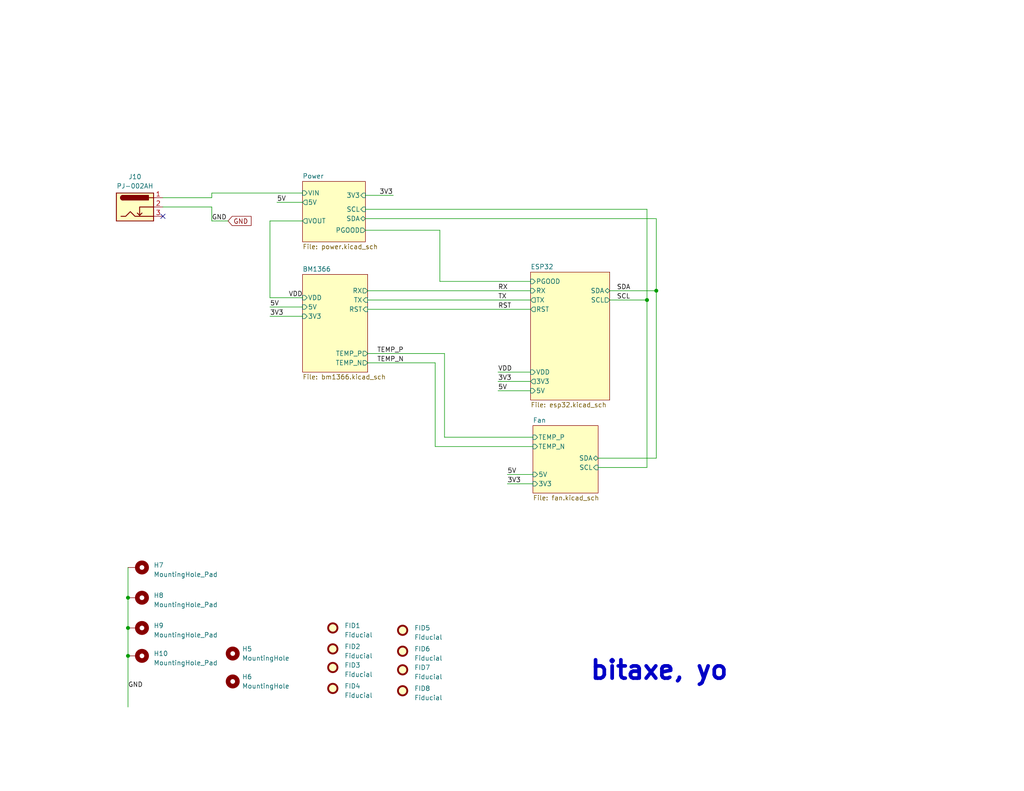
<source format=kicad_sch>
(kicad_sch (version 20230121) (generator eeschema)
  (paper "A")
  (title_block (title "le bitaxeUltra") (date "2023-07-10") (rev "0"))
  (lib_symbols
    (symbol "Connector:Barrel_Jack_Switch_Pin3Ring" (pin_names hide)
      (property "Reference" "J" (at 0 5.334 0))
      (property "Value" "Barrel_Jack_Switch_Pin3Ring" (at 0 -5.08 0))
      (symbol "Barrel_Jack_Switch_Pin3Ring_0_1"
        (rectangle (start -5.08 3.81) (end 5.08 -3.81) (stroke (width 0.254)) (fill (type background)))
        (arc (start -3.302 3.175) (mid -3.9343 2.54) (end -3.302 1.905) (stroke (width 0.254)))
        (arc (start -3.302 3.175) (mid -3.9343 2.54) (end -3.302 1.905) (stroke (width 0.254)) (fill (type outline)))
        (polyline (pts (xy 1.27 -2.286) (xy 1.905 -1.651)) (stroke (width 0.254)))
        (polyline (pts (xy 5.08 2.54) (xy 3.81 2.54)) (stroke (width 0.254)))
        (polyline (pts (xy 5.08 0) (xy 1.27 0) (xy 1.27 -2.286) (xy 0.635 -1.651)) (stroke (width 0.254)))
        (polyline (pts (xy -3.81 -2.54) (xy -2.54 -2.54) (xy -1.27 -1.27) (xy 0 -2.54) (xy 2.54 -2.54) (xy 5.08 -2.54)) (stroke (width 0.254)))
        (rectangle (start 3.683 3.175) (end -3.302 1.905) (stroke (width 0.254)) (fill (type outline)))
      )
      (symbol "Barrel_Jack_Switch_Pin3Ring_1_1"
        (pin passive line (at 7.62 2.54 180) (length 2.54) (name "~") (number "1"))
        (pin passive line (at 7.62 0 180) (length 2.54) (name "~") (number "2"))
        (pin passive line (at 7.62 -2.54 180) (length 2.54) (name "~") (number "3"))
      )
    )
    (symbol "Mechanical:Fiducial"
      (property "Reference" "FID" (at 0 5.08 0))
      (property "Value" "Fiducial" (at 0 3.175 0))
      (symbol "Fiducial_0_1"
        (circle (center 0 0) (radius 1.27) (stroke (width 0.508)) (fill (type background)))
      )
    )
    (symbol "Mechanical:MountingHole" (pin_names (offset 1.016))
      (property "Reference" "H" (at 0 5.08 0))
      (property "Value" "MountingHole" (at 0 3.175 0))
      (symbol "MountingHole_0_1"
        (circle (center 0 0) (radius 1.27) (stroke (width 1.27)))
      )
    )
    (symbol "Mechanical:MountingHole_Pad" (pin_numbers hide) (pin_names (offset 1.016) hide)
      (property "Reference" "H" (at 0 6.35 0))
      (property "Value" "MountingHole_Pad" (at 0 4.445 0))
      (symbol "MountingHole_Pad_0_1"
        (circle (center 0 1.27) (radius 1.27) (stroke (width 1.27)))
      )
      (symbol "MountingHole_Pad_1_1"
        (pin input line (at 0 -2.54 90) (length 2.54) (name "1") (number "1"))
      )
    )
  )
  (junction (at 179.07 79.375))
  (junction (at 34.925 179.07))
  (junction (at 34.925 171.45))
  (junction (at 176.53 81.915))
  (junction (at 34.925 163.195))
  (no_connect (at 44.45 59.055))
  (wire (pts (xy 135.89 101.6) (xy 144.78 101.6)))
  (wire (pts (xy 100.33 96.52) (xy 121.285 96.52)))
  (wire (pts (xy 44.45 56.515) (xy 57.785 56.515)))
  (wire (pts (xy 99.695 57.15) (xy 176.53 57.15)))
  (wire (pts (xy 163.195 125.095) (xy 179.07 125.095)))
  (wire (pts (xy 166.37 81.915) (xy 176.53 81.915)))
  (wire (pts (xy 75.565 55.245) (xy 82.55 55.245)))
  (wire (pts (xy 100.33 81.915) (xy 144.78 81.915)))
  (wire (pts (xy 144.78 76.835) (xy 120.015 76.835)))
  (wire (pts (xy 57.785 53.975) (xy 57.785 52.705)))
  (wire (pts (xy 44.45 53.975) (xy 57.785 53.975)))
  (wire (pts (xy 57.785 60.325) (xy 62.23 60.325)))
  (wire (pts (xy 118.745 99.06) (xy 118.745 121.92)))
  (wire (pts (xy 57.785 56.515) (xy 57.785 60.325)))
  (wire (pts (xy 138.43 132.08) (xy 145.415 132.08)))
  (wire (pts (xy 120.015 76.835) (xy 120.015 62.865)))
  (wire (pts (xy 179.07 59.69) (xy 179.07 79.375)))
  (wire (pts (xy 121.285 96.52) (xy 121.285 119.38)))
  (wire (pts (xy 99.695 59.69) (xy 179.07 59.69)))
  (wire (pts (xy 145.415 121.92) (xy 118.745 121.92)))
  (wire (pts (xy 57.785 52.705) (xy 82.55 52.705)))
  (wire (pts (xy 176.53 81.915) (xy 176.53 127.635)))
  (wire (pts (xy 176.53 57.15) (xy 176.53 81.915)))
  (wire (pts (xy 166.37 79.375) (xy 179.07 79.375)))
  (wire (pts (xy 34.925 163.195) (xy 34.925 171.45)))
  (wire (pts (xy 100.33 99.06) (xy 118.745 99.06)))
  (wire (pts (xy 145.415 119.38) (xy 121.285 119.38)))
  (wire (pts (xy 73.66 86.36) (xy 82.55 86.36)))
  (wire (pts (xy 135.89 104.14) (xy 144.78 104.14)))
  (wire (pts (xy 100.33 79.375) (xy 144.78 79.375)))
  (wire (pts (xy 163.195 127.635) (xy 176.53 127.635)))
  (wire (pts (xy 73.66 81.28) (xy 73.66 60.325)))
  (wire (pts (xy 73.66 83.82) (xy 82.55 83.82)))
  (wire (pts (xy 179.07 125.095) (xy 179.07 79.375)))
  (wire (pts (xy 120.015 62.865) (xy 99.695 62.865)))
  (wire (pts (xy 138.43 129.54) (xy 145.415 129.54)))
  (wire (pts (xy 34.925 179.07) (xy 34.925 193.04)))
  (wire (pts (xy 34.925 154.94) (xy 34.925 163.195)))
  (wire (pts (xy 82.55 81.28) (xy 73.66 81.28)))
  (wire (pts (xy 73.66 60.325) (xy 82.55 60.325)))
  (wire (pts (xy 100.33 84.455) (xy 144.78 84.455)))
  (wire (pts (xy 135.89 106.68) (xy 144.78 106.68)))
  (wire (pts (xy 34.925 171.45) (xy 34.925 179.07)))
  (wire (pts (xy 99.695 53.34) (xy 107.315 53.34)))
  (text "bitaxe, yo" (at 160.655 186.055 0) (effects (font (size 5 5) (thickness 1) bold) (justify left bottom)))
  (label "VDD" (at 135.89 101.6 0))
  (label "TEMP_N" (at 102.87 99.06 0))
  (label "3V3" (at 73.66 86.36 0))
  (label "RST" (at 135.89 84.455 0))
  (label "VDD" (at 78.74 81.28 0))
  (label "5V" (at 75.565 55.245 0))
  (label "5V" (at 138.43 129.54 0))
  (label "SDA" (at 168.275 79.375 0))
  (label "GND" (at 34.925 187.96 0))
  (label "RX" (at 135.89 79.375 0))
  (label "3V3" (at 103.505 53.34 0))
  (label "3V3" (at 135.89 104.14 0))
  (label "SCL" (at 168.275 81.915 0))
  (label "5V" (at 135.89 106.68 0))
  (label "3V3" (at 138.43 132.08 0))
  (label "5V" (at 73.66 83.82 0))
  (label "GND" (at 57.785 60.325 0))
  (label "TEMP_P" (at 102.87 96.52 0))
  (label "TX" (at 135.89 81.915 0))
  (global_label "GND" (shape input) (at 62.23 60.325 0) (property "Intersheetrefs" "${INTERSHEET_REFS}" (effects hide)))
  (symbol (lib_id "Mechanical:Fiducial") (at 90.805 177.165 0) (unit 1)
    (property "Reference" "FID2" (at 93.98 176.53 0) (effects (justify left)))
    (property "Value" "Fiducial" (at 93.98 179.07 0) (effects (justify left)))
    (property "Footprint" "Fiducial:Fiducial_1mm_Mask2mm" (effects hide))
  )
  (symbol (lib_id "Mechanical:Fiducial") (at 90.805 182.245 0) (unit 1)
    (property "Reference" "FID3" (at 93.98 181.61 0) (effects (justify left)))
    (property "Value" "Fiducial" (at 93.98 184.15 0) (effects (justify left)))
    (property "Footprint" "Fiducial:Fiducial_1mm_Mask2mm" (effects hide))
  )
  (symbol (lib_id "Mechanical:Fiducial") (at 90.805 187.96 0) (unit 1)
    (property "Reference" "FID4" (at 93.98 187.325 0) (effects (justify left)))
    (property "Value" "Fiducial" (at 93.98 189.865 0) (effects (justify left)))
    (property "Footprint" "Fiducial:Fiducial_1mm_Mask2mm" (effects hide))
  )
  (symbol (lib_id "Mechanical:Fiducial") (at 109.855 177.8 0) (unit 1)
    (property "Reference" "FID6" (at 113.03 177.165 0) (effects (justify left)))
    (property "Value" "Fiducial" (at 113.03 179.705 0) (effects (justify left)))
    (property "Footprint" "Fiducial:Fiducial_1mm_Mask2mm" (effects hide))
  )
  (symbol (lib_id "Mechanical:MountingHole_Pad") (at 37.465 154.94 270) (unit 1)
    (property "Reference" "H7" (at 41.91 154.305 90) (effects (justify left)))
    (property "Value" "MountingHole_Pad" (at 41.91 156.845 90) (effects (justify left)))
    (property "Footprint" "MountingHole:MountingHole_3mm_Pad_Via" (effects hide))
  )
  (symbol (lib_id "Mechanical:Fiducial") (at 90.805 171.45 0) (unit 1)
    (property "Reference" "FID1" (at 93.98 170.815 0) (effects (justify left)))
    (property "Value" "Fiducial" (at 93.98 173.355 0) (effects (justify left)))
    (property "Footprint" "Fiducial:Fiducial_1mm_Mask2mm" (effects hide))
  )
  (symbol (lib_id "Mechanical:Fiducial") (at 109.855 188.595 0) (unit 1)
    (property "Reference" "FID8" (at 113.03 187.96 0) (effects (justify left)))
    (property "Value" "Fiducial" (at 113.03 190.5 0) (effects (justify left)))
    (property "Footprint" "Fiducial:Fiducial_1mm_Mask2mm" (effects hide))
  )
  (symbol (lib_id "Mechanical:Fiducial") (at 109.855 172.085 0) (unit 1)
    (property "Reference" "FID5" (at 113.03 171.45 0) (effects (justify left)))
    (property "Value" "Fiducial" (at 113.03 173.99 0) (effects (justify left)))
    (property "Footprint" "Fiducial:Fiducial_1mm_Mask2mm" (effects hide))
  )
  (symbol (lib_id "Mechanical:MountingHole") (at 63.5 186.055 0) (unit 1) (in_bom no)
    (property "Reference" "H6" (at 66.04 184.7849 0) (effects (justify left)))
    (property "Value" "MountingHole" (at 66.04 187.3249 0) (effects (justify left)))
    (property "Footprint" "MountingHole:MountingHole_3.5mm" (effects hide))
  )
  (symbol (lib_id "Mechanical:Fiducial") (at 109.855 182.88 0) (unit 1)
    (property "Reference" "FID7" (at 113.03 182.245 0) (effects (justify left)))
    (property "Value" "Fiducial" (at 113.03 184.785 0) (effects (justify left)))
    (property "Footprint" "Fiducial:Fiducial_1mm_Mask2mm" (effects hide))
  )
  (symbol (lib_id "Mechanical:MountingHole") (at 63.5 178.435 0) (unit 1) (in_bom no)
    (property "Reference" "H5" (at 66.04 177.1649 0) (effects (justify left)))
    (property "Value" "MountingHole" (at 66.04 179.7049 0) (effects (justify left)))
    (property "Footprint" "MountingHole:MountingHole_3.5mm" (effects hide))
  )
  (symbol (lib_id "Mechanical:MountingHole_Pad") (at 37.465 171.45 270) (unit 1)
    (property "Reference" "H9" (at 41.91 170.815 90) (effects (justify left)))
    (property "Value" "MountingHole_Pad" (at 41.91 173.355 90) (effects (justify left)))
    (property "Footprint" "MountingHole:MountingHole_3mm_Pad_Via" (effects hide))
  )
  (symbol (lib_id "Mechanical:MountingHole_Pad") (at 37.465 163.195 270) (unit 1)
    (property "Reference" "H8" (at 41.91 162.56 90) (effects (justify left)))
    (property "Value" "MountingHole_Pad" (at 41.91 165.1 90) (effects (justify left)))
    (property "Footprint" "MountingHole:MountingHole_3mm_Pad_Via" (effects hide))
  )
  (symbol (lib_id "Mechanical:MountingHole_Pad") (at 37.465 179.07 270) (unit 1)
    (property "Reference" "H10" (at 41.91 178.435 90) (effects (justify left)))
    (property "Value" "MountingHole_Pad" (at 41.91 180.975 90) (effects (justify left)))
    (property "Footprint" "MountingHole:MountingHole_3mm_Pad_Via" (effects hide))
  )
  (symbol (lib_id "Connector:Barrel_Jack_Switch_Pin3Ring") (at 36.83 56.515 0) (unit 1)
    (property "Reference" "J10" (at 36.83 48.26 0))
    (property "Value" "PJ-002AH" (at 36.83 50.8 0))
    (property "Footprint" "Connector_BarrelJack:BarrelJack_Horizontal" (effects hide))
    (property "Datasheet" "https://tensility.s3.amazonaws.com/uploads/pdffiles/54-00127.pdf?X-Amz-Expires=600&X-Amz-Date=20230906T012556Z&X-Amz-Algorithm=AWS4-HMAC-SHA256&X-Amz-Credential=AKIAIS2S4WRDQDSWDRZQ%2F20230906%2Fus-west-2%2Fs3%2Faws4_request&X-Amz-SignedHeaders=host&X-Amz-https://www.cuidevices.com/product/resource/pj-002ah.pdf" (effects hide))
    (property "DK" "CP-002AH-ND" (effects hide))
  )
  (sheet (at 82.55 74.93) (size 17.78 26.67) (stroke (width 0.1524)) (fill (color 255 255 194 1.0000))
    (property "Sheetname" "BM1366" (at 82.55 74.2184 0) (effects (justify left bottom)))
    (property "Sheetfile" "bm1366.kicad_sch" (at 82.55 102.1846 0) (effects (justify left top)))
    (pin "TX" input (at 100.33 81.915 0))
    (pin "RX" output (at 100.33 79.375 0))
    (pin "RST" input (at 100.33 84.455 0))
    (pin "3V3" input (at 82.55 86.36 180))
    (pin "5V" input (at 82.55 83.82 180))
    (pin "TEMP_P" output (at 100.33 96.52 0))
    (pin "TEMP_N" output (at 100.33 99.06 0))
    (pin "VDD" input (at 82.55 81.28 180))
  )
  (sheet (at 145.415 116.205) (size 17.78 18.415) (stroke (width 0.1524)) (fill (color 255 255 194 1.0000))
    (property "Sheetname" "Fan" (at 145.415 115.4934 0) (effects (justify left bottom)))
    (property "Sheetfile" "fan.kicad_sch" (at 145.415 135.2046 0) (effects (justify left top)))
    (pin "TEMP_N" input (at 145.415 121.92 180))
    (pin "TEMP_P" input (at 145.415 119.38 180))
    (pin "SDA" bidirectional (at 163.195 125.095 0))
    (pin "SCL" input (at 163.195 127.635 0))
    (pin "5V" input (at 145.415 129.54 180))
    (pin "3V3" input (at 145.415 132.08 180))
  )
  (sheet (at 82.55 49.53) (size 17.145 16.51) (stroke (width 0.1524)) (fill (color 255 255 194 1.0000))
    (property "Sheetname" "Power" (at 82.55 48.8184 0) (effects (justify left bottom)))
    (property "Sheetfile" "power.kicad_sch" (at 82.55 66.6246 0) (effects (justify left top)))
    (pin "VOUT" output (at 82.55 60.325 180))
    (pin "VIN" input (at 82.55 52.705 180))
    (pin "SCL" input (at 99.695 57.15 0))
    (pin "SDA" bidirectional (at 99.695 59.69 0))
    (pin "5V" output (at 82.55 55.245 180))
    (pin "3V3" input (at 99.695 53.34 0))
    (pin "PGOOD" output (at 99.695 62.865 0))
  )
  (sheet (at 144.78 74.295) (size 21.59 34.925) (stroke (width 0.1524)) (fill (color 255 255 194 1.0000))
    (property "Sheetname" "ESP32" (at 144.78 73.5834 0) (effects (justify left bottom)))
    (property "Sheetfile" "esp32.kicad_sch" (at 144.78 109.8046 0) (effects (justify left top)))
    (pin "SDA" bidirectional (at 166.37 79.375 0))
    (pin "SCL" output (at 166.37 81.915 0))
    (pin "RX" input (at 144.78 79.375 180))
    (pin "TX" output (at 144.78 81.915 180))
    (pin "RST" output (at 144.78 84.455 180))
    (pin "5V" input (at 144.78 106.68 180))
    (pin "3V3" output (at 144.78 104.14 180))
    (pin "PGOOD" input (at 144.78 76.835 180))
    (pin "VDD" input (at 144.78 101.6 180))
  )
)
</source>
